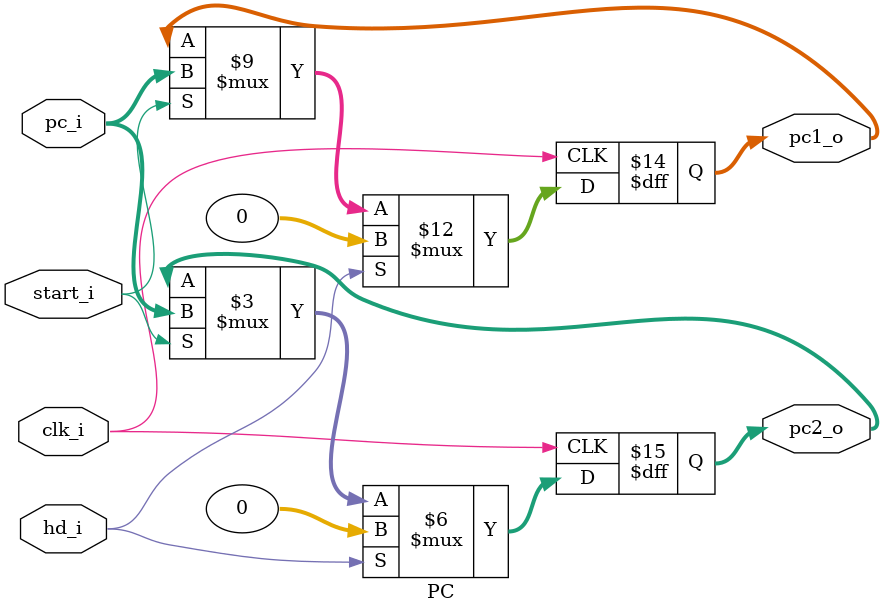
<source format=v>
module PC
(
    clk_i,
  //  rst_i,
    start_i,
	hd_i,
    pc_i,
    pc1_o,
	pc2_o
);

// Ports
input               clk_i;
//input               rst_i;
input               start_i;
input				hd_i;	//We import the permission to write
input   [31:0]  	pc_i;
output  [31:0]  	pc1_o, pc2_o;

// Wires & Registers NOT WRITTEN BY US
reg     [31:0]      pc1_o;
reg     [31:0]      pc2_o;

always@(posedge clk_i) begin
    if (hd_i) begin
        pc1_o <= 32'b0;
		pc2_o <= 32'b0;
    end
    else begin
        if(start_i)
			begin
            pc1_o <= pc_i;
			pc2_o <= pc_i;
			end
        else
			begin
            pc1_o <= pc1_o;
			pc2_o <= pc2_o;
			end
    end
end

endmodule

</source>
